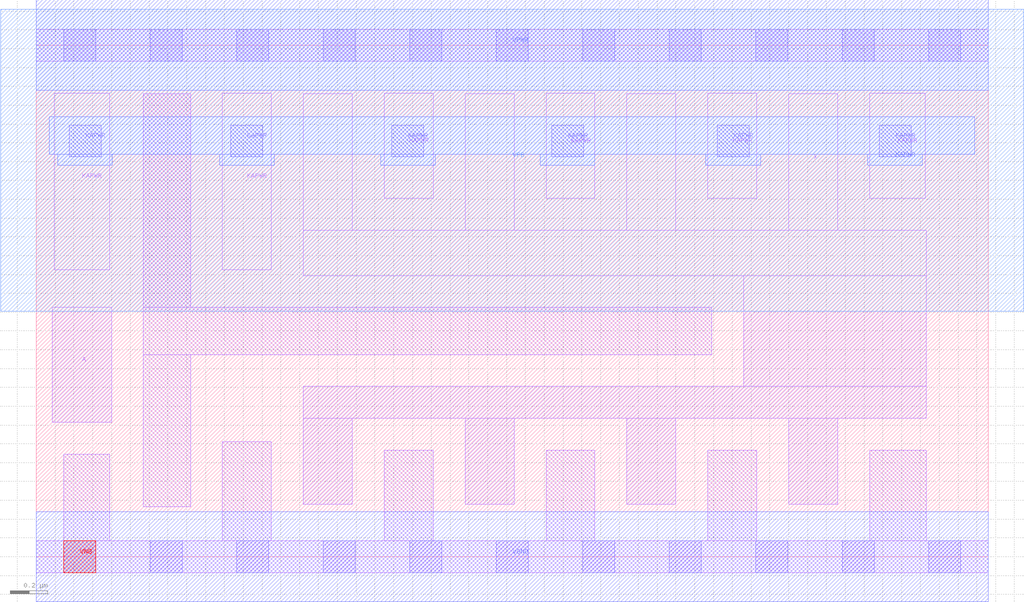
<source format=lef>
# Copyright 2020 The SkyWater PDK Authors
#
# Licensed under the Apache License, Version 2.0 (the "License");
# you may not use this file except in compliance with the License.
# You may obtain a copy of the License at
#
#     https://www.apache.org/licenses/LICENSE-2.0
#
# Unless required by applicable law or agreed to in writing, software
# distributed under the License is distributed on an "AS IS" BASIS,
# WITHOUT WARRANTIES OR CONDITIONS OF ANY KIND, either express or implied.
# See the License for the specific language governing permissions and
# limitations under the License.
#
# SPDX-License-Identifier: Apache-2.0

VERSION 5.7 ;
  NOWIREEXTENSIONATPIN ON ;
  DIVIDERCHAR "/" ;
  BUSBITCHARS "[]" ;
MACRO sky130_fd_sc_hd__lpflow_clkbufkapwr_8
  CLASS CORE ;
  FOREIGN sky130_fd_sc_hd__lpflow_clkbufkapwr_8 ;
  ORIGIN  0.000000  0.000000 ;
  SIZE  5.060000 BY  2.720000 ;
  SYMMETRY X Y R90 ;
  SITE unithd ;
  PIN A
    ANTENNAGATEAREA  0.426000 ;
    DIRECTION INPUT ;
    USE SIGNAL ;
    PORT
      LAYER li1 ;
        RECT 0.085000 0.715000 0.400000 1.325000 ;
    END
  END A
  PIN X
    ANTENNADIFFAREA  1.590400 ;
    DIRECTION OUTPUT ;
    USE SIGNAL ;
    PORT
      LAYER li1 ;
        RECT 1.420000 0.280000 1.680000 0.735000 ;
        RECT 1.420000 0.735000 4.730000 0.905000 ;
        RECT 1.420000 1.495000 4.730000 1.735000 ;
        RECT 1.420000 1.735000 1.680000 2.460000 ;
        RECT 2.280000 0.280000 2.540000 0.735000 ;
        RECT 2.280000 1.735000 2.540000 2.460000 ;
        RECT 3.140000 0.280000 3.400000 0.735000 ;
        RECT 3.140000 1.735000 3.400000 2.460000 ;
        RECT 3.760000 0.905000 4.730000 1.495000 ;
        RECT 4.000000 0.280000 4.260000 0.735000 ;
        RECT 4.000000 1.735000 4.260000 2.460000 ;
    END
  END X
  PIN KAPWR
    DIRECTION INOUT ;
    SHAPE ABUTMENT ;
    USE POWER ;
    PORT
      LAYER li1 ;
        RECT 0.095000 1.525000 0.390000 2.465000 ;
      LAYER mcon ;
        RECT 0.175000 2.125000 0.345000 2.295000 ;
    END
    PORT
      LAYER li1 ;
        RECT 0.990000 1.525000 1.250000 2.465000 ;
      LAYER mcon ;
        RECT 1.035000 2.125000 1.205000 2.295000 ;
    END
    PORT
      LAYER li1 ;
        RECT 1.850000 1.905000 2.110000 2.465000 ;
      LAYER mcon ;
        RECT 1.890000 2.125000 2.060000 2.295000 ;
    END
    PORT
      LAYER li1 ;
        RECT 2.710000 1.905000 2.970000 2.465000 ;
      LAYER mcon ;
        RECT 2.740000 2.125000 2.910000 2.295000 ;
    END
    PORT
      LAYER li1 ;
        RECT 3.570000 1.905000 3.830000 2.465000 ;
      LAYER mcon ;
        RECT 3.620000 2.125000 3.790000 2.295000 ;
    END
    PORT
      LAYER li1 ;
        RECT 4.430000 1.905000 4.725000 2.465000 ;
      LAYER mcon ;
        RECT 4.480000 2.125000 4.650000 2.295000 ;
    END
    PORT
      LAYER met1 ;
        RECT 0.070000 2.140000 4.990000 2.340000 ;
        RECT 0.115000 2.080000 0.405000 2.140000 ;
        RECT 0.975000 2.080000 1.265000 2.140000 ;
        RECT 1.830000 2.080000 2.120000 2.140000 ;
        RECT 2.680000 2.080000 2.970000 2.140000 ;
        RECT 3.560000 2.080000 3.850000 2.140000 ;
        RECT 4.420000 2.080000 4.710000 2.140000 ;
    END
  END KAPWR
  PIN VGND
    DIRECTION INOUT ;
    SHAPE ABUTMENT ;
    USE GROUND ;
    PORT
      LAYER met1 ;
        RECT 0.000000 -0.240000 5.060000 0.240000 ;
    END
  END VGND
  PIN VNB
    DIRECTION INOUT ;
    USE GROUND ;
    PORT
      LAYER pwell ;
        RECT 0.145000 -0.085000 0.315000 0.085000 ;
    END
  END VNB
  PIN VPB
    DIRECTION INOUT ;
    USE POWER ;
    PORT
      LAYER nwell ;
        RECT -0.190000 1.305000 5.250000 2.910000 ;
    END
  END VPB
  PIN VPWR
    DIRECTION INOUT ;
    SHAPE ABUTMENT ;
    USE POWER ;
    PORT
      LAYER met1 ;
        RECT 0.000000 2.480000 5.060000 2.960000 ;
    END
  END VPWR
  OBS
    LAYER li1 ;
      RECT 0.000000 -0.085000 5.060000 0.085000 ;
      RECT 0.000000  2.635000 5.060000 2.805000 ;
      RECT 0.145000  0.085000 0.390000 0.545000 ;
      RECT 0.570000  0.265000 0.820000 1.075000 ;
      RECT 0.570000  1.075000 3.590000 1.325000 ;
      RECT 0.570000  1.325000 0.820000 2.460000 ;
      RECT 0.990000  0.085000 1.250000 0.610000 ;
      RECT 1.850000  0.085000 2.110000 0.565000 ;
      RECT 2.710000  0.085000 2.970000 0.565000 ;
      RECT 3.570000  0.085000 3.830000 0.565000 ;
      RECT 4.430000  0.085000 4.730000 0.565000 ;
    LAYER mcon ;
      RECT 0.145000 -0.085000 0.315000 0.085000 ;
      RECT 0.145000  2.635000 0.315000 2.805000 ;
      RECT 0.605000 -0.085000 0.775000 0.085000 ;
      RECT 0.605000  2.635000 0.775000 2.805000 ;
      RECT 1.065000 -0.085000 1.235000 0.085000 ;
      RECT 1.065000  2.635000 1.235000 2.805000 ;
      RECT 1.525000 -0.085000 1.695000 0.085000 ;
      RECT 1.525000  2.635000 1.695000 2.805000 ;
      RECT 1.985000 -0.085000 2.155000 0.085000 ;
      RECT 1.985000  2.635000 2.155000 2.805000 ;
      RECT 2.445000 -0.085000 2.615000 0.085000 ;
      RECT 2.445000  2.635000 2.615000 2.805000 ;
      RECT 2.905000 -0.085000 3.075000 0.085000 ;
      RECT 2.905000  2.635000 3.075000 2.805000 ;
      RECT 3.365000 -0.085000 3.535000 0.085000 ;
      RECT 3.365000  2.635000 3.535000 2.805000 ;
      RECT 3.825000 -0.085000 3.995000 0.085000 ;
      RECT 3.825000  2.635000 3.995000 2.805000 ;
      RECT 4.285000 -0.085000 4.455000 0.085000 ;
      RECT 4.285000  2.635000 4.455000 2.805000 ;
      RECT 4.745000 -0.085000 4.915000 0.085000 ;
      RECT 4.745000  2.635000 4.915000 2.805000 ;
  END
END sky130_fd_sc_hd__lpflow_clkbufkapwr_8
END LIBRARY

</source>
